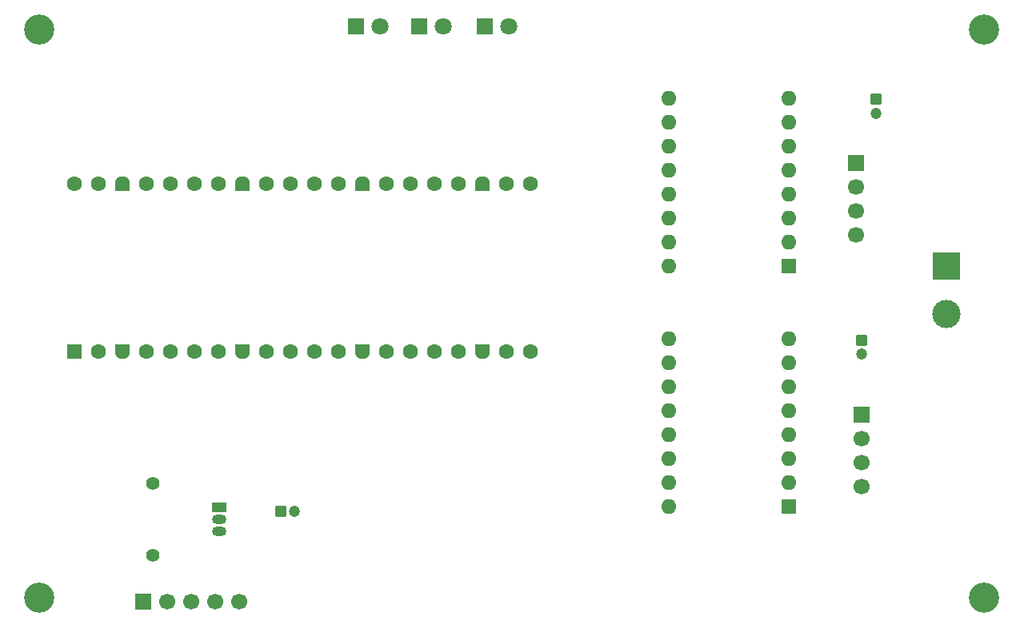
<source format=gbr>
%TF.GenerationSoftware,KiCad,Pcbnew,9.0.6-9.0.6~ubuntu24.04.1*%
%TF.CreationDate,2025-12-19T01:03:36-05:00*%
%TF.ProjectId,pilomar_schematics,70696c6f-6d61-4725-9f73-6368656d6174,rev?*%
%TF.SameCoordinates,Original*%
%TF.FileFunction,Soldermask,Bot*%
%TF.FilePolarity,Negative*%
%FSLAX46Y46*%
G04 Gerber Fmt 4.6, Leading zero omitted, Abs format (unit mm)*
G04 Created by KiCad (PCBNEW 9.0.6-9.0.6~ubuntu24.04.1) date 2025-12-19 01:03:36*
%MOMM*%
%LPD*%
G01*
G04 APERTURE LIST*
G04 Aperture macros list*
%AMRoundRect*
0 Rectangle with rounded corners*
0 $1 Rounding radius*
0 $2 $3 $4 $5 $6 $7 $8 $9 X,Y pos of 4 corners*
0 Add a 4 corners polygon primitive as box body*
4,1,4,$2,$3,$4,$5,$6,$7,$8,$9,$2,$3,0*
0 Add four circle primitives for the rounded corners*
1,1,$1+$1,$2,$3*
1,1,$1+$1,$4,$5*
1,1,$1+$1,$6,$7*
1,1,$1+$1,$8,$9*
0 Add four rect primitives between the rounded corners*
20,1,$1+$1,$2,$3,$4,$5,0*
20,1,$1+$1,$4,$5,$6,$7,0*
20,1,$1+$1,$6,$7,$8,$9,0*
20,1,$1+$1,$8,$9,$2,$3,0*%
%AMFreePoly0*
4,1,37,0.603843,0.796157,0.639018,0.796157,0.711114,0.766294,0.766294,0.711114,0.796157,0.639018,0.796157,0.603843,0.800000,0.600000,0.800000,-0.600000,0.796157,-0.603843,0.796157,-0.639018,0.766294,-0.711114,0.711114,-0.766294,0.639018,-0.796157,0.603843,-0.796157,0.600000,-0.800000,0.000000,-0.800000,0.000000,-0.796148,-0.078414,-0.796148,-0.232228,-0.765552,-0.377117,-0.705537,
-0.507515,-0.618408,-0.618408,-0.507515,-0.705537,-0.377117,-0.765552,-0.232228,-0.796148,-0.078414,-0.796148,0.078414,-0.765552,0.232228,-0.705537,0.377117,-0.618408,0.507515,-0.507515,0.618408,-0.377117,0.705537,-0.232228,0.765552,-0.078414,0.796148,0.000000,0.796148,0.000000,0.800000,0.600000,0.800000,0.603843,0.796157,0.603843,0.796157,$1*%
%AMFreePoly1*
4,1,37,0.000000,0.796148,0.078414,0.796148,0.232228,0.765552,0.377117,0.705537,0.507515,0.618408,0.618408,0.507515,0.705537,0.377117,0.765552,0.232228,0.796148,0.078414,0.796148,-0.078414,0.765552,-0.232228,0.705537,-0.377117,0.618408,-0.507515,0.507515,-0.618408,0.377117,-0.705537,0.232228,-0.765552,0.078414,-0.796148,0.000000,-0.796148,0.000000,-0.800000,-0.600000,-0.800000,
-0.603843,-0.796157,-0.639018,-0.796157,-0.711114,-0.766294,-0.766294,-0.711114,-0.796157,-0.639018,-0.796157,-0.603843,-0.800000,-0.600000,-0.800000,0.600000,-0.796157,0.603843,-0.796157,0.639018,-0.766294,0.711114,-0.711114,0.766294,-0.639018,0.796157,-0.603843,0.796157,-0.600000,0.800000,0.000000,0.800000,0.000000,0.796148,0.000000,0.796148,$1*%
G04 Aperture macros list end*
%ADD10R,3.000000X3.000000*%
%ADD11C,3.000000*%
%ADD12C,3.200000*%
%ADD13R,1.500000X1.050000*%
%ADD14O,1.500000X1.050000*%
%ADD15RoundRect,0.200000X0.600000X-0.600000X0.600000X0.600000X-0.600000X0.600000X-0.600000X-0.600000X0*%
%ADD16C,1.600000*%
%ADD17FreePoly0,90.000000*%
%ADD18FreePoly1,90.000000*%
%ADD19R,1.800000X1.800000*%
%ADD20C,1.800000*%
%ADD21R,1.600000X1.600000*%
%ADD22O,1.600000X1.600000*%
%ADD23RoundRect,0.250000X-0.350000X0.350000X-0.350000X-0.350000X0.350000X-0.350000X0.350000X0.350000X0*%
%ADD24C,1.200000*%
%ADD25R,1.700000X1.700000*%
%ADD26C,1.700000*%
%ADD27RoundRect,0.250000X-0.350000X-0.350000X0.350000X-0.350000X0.350000X0.350000X-0.350000X0.350000X0*%
%ADD28C,1.400000*%
G04 APERTURE END LIST*
D10*
%TO.C,12VDC1*%
X131000000Y-79960000D03*
D11*
X131000000Y-85040000D03*
%TD*%
D12*
%TO.C,REF\u002A\u002A*%
X35000000Y-115100000D03*
%TD*%
%TO.C,REF\u002A\u002A*%
X135000000Y-54900000D03*
%TD*%
D13*
%TO.C,Q1*%
X54000000Y-105460000D03*
D14*
X54000000Y-106730000D03*
X54000000Y-108000000D03*
%TD*%
D15*
%TO.C,A1*%
X38720000Y-89000000D03*
D16*
X41260000Y-89000000D03*
D17*
X43800000Y-89000000D03*
D16*
X46340000Y-89000000D03*
X48880000Y-89000000D03*
X51420000Y-89000000D03*
X53960000Y-89000000D03*
D17*
X56500000Y-89000000D03*
D16*
X59040000Y-89000000D03*
X61580000Y-89000000D03*
X64120000Y-89000000D03*
X66660000Y-89000000D03*
D17*
X69200000Y-89000000D03*
D16*
X71740000Y-89000000D03*
X74280000Y-89000000D03*
X76820000Y-89000000D03*
X79360000Y-89000000D03*
D17*
X81900000Y-89000000D03*
D16*
X84440000Y-89000000D03*
X86980000Y-89000000D03*
X86980000Y-71220000D03*
X84440000Y-71220000D03*
D18*
X81900000Y-71220000D03*
D16*
X79360000Y-71220000D03*
X76820000Y-71220000D03*
X74280000Y-71220000D03*
X71740000Y-71220000D03*
D18*
X69200000Y-71220000D03*
D16*
X66660000Y-71220000D03*
X64120000Y-71220000D03*
X61580000Y-71220000D03*
X59040000Y-71220000D03*
D18*
X56500000Y-71220000D03*
D16*
X53960000Y-71220000D03*
X51420000Y-71220000D03*
X48880000Y-71220000D03*
X46340000Y-71220000D03*
D18*
X43800000Y-71220000D03*
D16*
X41260000Y-71220000D03*
X38720000Y-71220000D03*
%TD*%
D19*
%TO.C,Red1*%
X82160000Y-54500000D03*
D20*
X84700000Y-54500000D03*
%TD*%
D21*
%TO.C,Azimuth1*%
X114340000Y-79890000D03*
D22*
X114340000Y-77350000D03*
X114340000Y-74810000D03*
X114340000Y-72270000D03*
X114340000Y-69730000D03*
X114340000Y-67190000D03*
X114340000Y-64650000D03*
X114340000Y-62110000D03*
X101640000Y-62110000D03*
X101640000Y-64650000D03*
X101640000Y-67190000D03*
X101640000Y-69730000D03*
X101640000Y-72270000D03*
X101640000Y-74810000D03*
X101640000Y-77350000D03*
X101640000Y-79890000D03*
%TD*%
D19*
%TO.C,Blue1*%
X68500000Y-54500000D03*
D20*
X71040000Y-54500000D03*
%TD*%
D23*
%TO.C,C2*%
X123500000Y-62277401D03*
D24*
X123500000Y-63777401D03*
%TD*%
D25*
%TO.C,J2*%
X46000000Y-115460000D03*
D26*
X48540000Y-115460000D03*
X51080000Y-115460000D03*
X53620000Y-115460000D03*
X56160000Y-115460000D03*
%TD*%
D19*
%TO.C,Green1*%
X75225000Y-54500000D03*
D20*
X77765000Y-54500000D03*
%TD*%
D27*
%TO.C,C1*%
X60500000Y-105960000D03*
D24*
X62000000Y-105960000D03*
%TD*%
D12*
%TO.C,REF\u002A\u002A*%
X35000000Y-54900000D03*
%TD*%
D25*
%TO.C,M1*%
X122000000Y-95690000D03*
D26*
X122000000Y-98230000D03*
X122000000Y-100770000D03*
X122000000Y-103310000D03*
%TD*%
D12*
%TO.C,REF\u002A\u002A*%
X135000000Y-115100000D03*
%TD*%
D25*
%TO.C,M2*%
X121380000Y-69000000D03*
D26*
X121380000Y-71540000D03*
X121380000Y-74080000D03*
X121380000Y-76620000D03*
%TD*%
D23*
%TO.C,C3*%
X122000000Y-87777401D03*
D24*
X122000000Y-89277401D03*
%TD*%
D21*
%TO.C,Altitude1*%
X114300000Y-105390000D03*
D22*
X114300000Y-102850000D03*
X114300000Y-100310000D03*
X114300000Y-97770000D03*
X114300000Y-95230000D03*
X114300000Y-92690000D03*
X114300000Y-90150000D03*
X114300000Y-87610000D03*
X101600000Y-87610000D03*
X101600000Y-90150000D03*
X101600000Y-92690000D03*
X101600000Y-95230000D03*
X101600000Y-97770000D03*
X101600000Y-100310000D03*
X101600000Y-102850000D03*
X101600000Y-105390000D03*
%TD*%
D28*
%TO.C,R1*%
X47000000Y-110580000D03*
X47000000Y-102960000D03*
%TD*%
M02*

</source>
